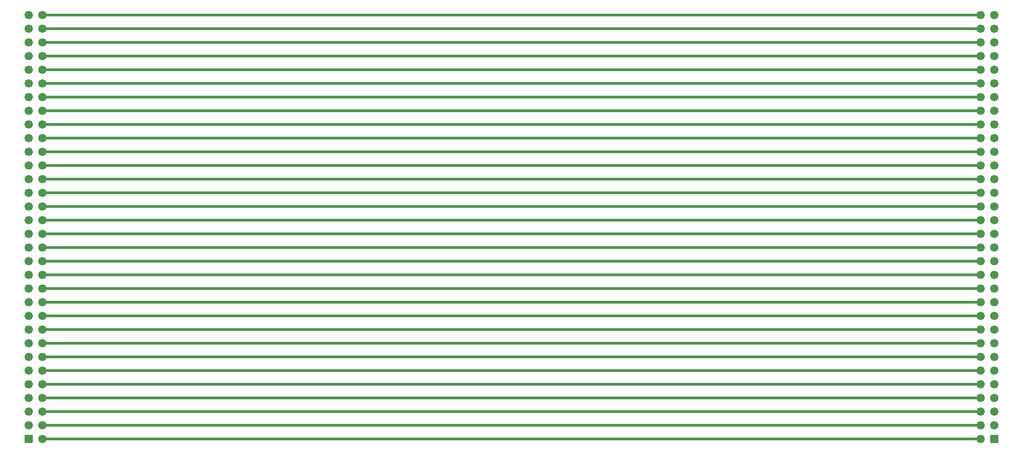
<source format=gbr>
%TF.GenerationSoftware,KiCad,Pcbnew,6.0.11-2627ca5db0~126~ubuntu22.04.1*%
%TF.CreationDate,2023-06-25T19:34:19+02:00*%
%TF.ProjectId,ikegami-htm1917r-extension,696b6567-616d-4692-9d68-746d31393137,rev?*%
%TF.SameCoordinates,Original*%
%TF.FileFunction,Copper,L2,Bot*%
%TF.FilePolarity,Positive*%
%FSLAX46Y46*%
G04 Gerber Fmt 4.6, Leading zero omitted, Abs format (unit mm)*
G04 Created by KiCad (PCBNEW 6.0.11-2627ca5db0~126~ubuntu22.04.1) date 2023-06-25 19:34:19*
%MOMM*%
%LPD*%
G01*
G04 APERTURE LIST*
G04 Aperture macros list*
%AMRoundRect*
0 Rectangle with rounded corners*
0 $1 Rounding radius*
0 $2 $3 $4 $5 $6 $7 $8 $9 X,Y pos of 4 corners*
0 Add a 4 corners polygon primitive as box body*
4,1,4,$2,$3,$4,$5,$6,$7,$8,$9,$2,$3,0*
0 Add four circle primitives for the rounded corners*
1,1,$1+$1,$2,$3*
1,1,$1+$1,$4,$5*
1,1,$1+$1,$6,$7*
1,1,$1+$1,$8,$9*
0 Add four rect primitives between the rounded corners*
20,1,$1+$1,$2,$3,$4,$5,0*
20,1,$1+$1,$4,$5,$6,$7,0*
20,1,$1+$1,$6,$7,$8,$9,0*
20,1,$1+$1,$8,$9,$2,$3,0*%
G04 Aperture macros list end*
%TA.AperFunction,ComponentPad*%
%ADD10RoundRect,0.249999X-0.525001X0.525001X-0.525001X-0.525001X0.525001X-0.525001X0.525001X0.525001X0*%
%TD*%
%TA.AperFunction,ComponentPad*%
%ADD11C,1.550000*%
%TD*%
%TA.AperFunction,ComponentPad*%
%ADD12RoundRect,0.249999X0.525001X-0.525001X0.525001X0.525001X-0.525001X0.525001X-0.525001X-0.525001X0*%
%TD*%
%TA.AperFunction,Conductor*%
%ADD13C,0.500000*%
%TD*%
G04 APERTURE END LIST*
D10*
%TO.P,J10,a1,Pin_a1*%
%TO.N,A1*%
X257690000Y-232000000D03*
D11*
%TO.P,J10,a2,Pin_a2*%
%TO.N,A2*%
X257690000Y-229460000D03*
%TO.P,J10,a3,Pin_a3*%
%TO.N,A3*%
X257690000Y-226920000D03*
%TO.P,J10,a4,Pin_a4*%
%TO.N,A4*%
X257690000Y-224380000D03*
%TO.P,J10,a5,Pin_a5*%
%TO.N,A5*%
X257690000Y-221840000D03*
%TO.P,J10,a6,Pin_a6*%
%TO.N,A6*%
X257690000Y-219300000D03*
%TO.P,J10,a7,Pin_a7*%
%TO.N,A7*%
X257690000Y-216760000D03*
%TO.P,J10,a8,Pin_a8*%
%TO.N,A8*%
X257690000Y-214220000D03*
%TO.P,J10,a9,Pin_a9*%
%TO.N,A9*%
X257690000Y-211680000D03*
%TO.P,J10,a10,Pin_a10*%
%TO.N,A10*%
X257690000Y-209140000D03*
%TO.P,J10,a11,Pin_a11*%
%TO.N,A11*%
X257690000Y-206600000D03*
%TO.P,J10,a12,Pin_a12*%
%TO.N,A12*%
X257690000Y-204060000D03*
%TO.P,J10,a13,Pin_a13*%
%TO.N,A13*%
X257690000Y-201520000D03*
%TO.P,J10,a14,Pin_a14*%
%TO.N,A14*%
X257690000Y-198980000D03*
%TO.P,J10,a15,Pin_a15*%
%TO.N,A15*%
X257690000Y-196440000D03*
%TO.P,J10,a16,Pin_a16*%
%TO.N,A16*%
X257690000Y-193900000D03*
%TO.P,J10,a17,Pin_a17*%
%TO.N,A17*%
X257690000Y-191360000D03*
%TO.P,J10,a18,Pin_a18*%
%TO.N,A18*%
X257690000Y-188820000D03*
%TO.P,J10,a19,Pin_a19*%
%TO.N,A19*%
X257690000Y-186280000D03*
%TO.P,J10,a20,Pin_a20*%
%TO.N,A20*%
X257690000Y-183740000D03*
%TO.P,J10,a21,Pin_a21*%
%TO.N,A21*%
X257690000Y-181200000D03*
%TO.P,J10,a22,Pin_a22*%
%TO.N,A22*%
X257690000Y-178660000D03*
%TO.P,J10,a23,Pin_a23*%
%TO.N,A23*%
X257690000Y-176120000D03*
%TO.P,J10,a24,Pin_a24*%
%TO.N,A24*%
X257690000Y-173580000D03*
%TO.P,J10,a25,Pin_a25*%
%TO.N,A25*%
X257690000Y-171040000D03*
%TO.P,J10,a26,Pin_a26*%
%TO.N,A26*%
X257690000Y-168500000D03*
%TO.P,J10,a27,Pin_a27*%
%TO.N,A27*%
X257690000Y-165960000D03*
%TO.P,J10,a28,Pin_a28*%
%TO.N,A28*%
X257690000Y-163420000D03*
%TO.P,J10,a29,Pin_a29*%
%TO.N,A29*%
X257690000Y-160880000D03*
%TO.P,J10,a30,Pin_a30*%
%TO.N,A30*%
X257690000Y-158340000D03*
%TO.P,J10,a31,Pin_a31*%
%TO.N,A31*%
X257690000Y-155800000D03*
%TO.P,J10,a32,Pin_a32*%
%TO.N,A32*%
X257690000Y-153260000D03*
%TO.P,J10,b1,Pin_b1*%
%TO.N,B1*%
X255150000Y-232000000D03*
%TO.P,J10,b2,Pin_b2*%
%TO.N,B2*%
X255150000Y-229460000D03*
%TO.P,J10,b3,Pin_b3*%
%TO.N,B3*%
X255150000Y-226920000D03*
%TO.P,J10,b4,Pin_b4*%
%TO.N,B4*%
X255150000Y-224380000D03*
%TO.P,J10,b5,Pin_b5*%
%TO.N,B5*%
X255150000Y-221840000D03*
%TO.P,J10,b6,Pin_b6*%
%TO.N,B6*%
X255150000Y-219300000D03*
%TO.P,J10,b7,Pin_b7*%
%TO.N,B7*%
X255150000Y-216760000D03*
%TO.P,J10,b8,Pin_b8*%
%TO.N,B8*%
X255150000Y-214220000D03*
%TO.P,J10,b9,Pin_b9*%
%TO.N,B9*%
X255150000Y-211680000D03*
%TO.P,J10,b10,Pin_b10*%
%TO.N,B10*%
X255150000Y-209140000D03*
%TO.P,J10,b11,Pin_b11*%
%TO.N,B11*%
X255150000Y-206600000D03*
%TO.P,J10,b12,Pin_b12*%
%TO.N,B12*%
X255150000Y-204060000D03*
%TO.P,J10,b13,Pin_b13*%
%TO.N,B13*%
X255150000Y-201520000D03*
%TO.P,J10,b14,Pin_b14*%
%TO.N,B14*%
X255150000Y-198980000D03*
%TO.P,J10,b15,Pin_b15*%
%TO.N,B15*%
X255150000Y-196440000D03*
%TO.P,J10,b16,Pin_b16*%
%TO.N,B16*%
X255150000Y-193900000D03*
%TO.P,J10,b17,Pin_b17*%
%TO.N,B17*%
X255150000Y-191360000D03*
%TO.P,J10,b18,Pin_b18*%
%TO.N,B18*%
X255150000Y-188820000D03*
%TO.P,J10,b19,Pin_b19*%
%TO.N,B19*%
X255150000Y-186280000D03*
%TO.P,J10,b20,Pin_b20*%
%TO.N,B20*%
X255150000Y-183740000D03*
%TO.P,J10,b21,Pin_b21*%
%TO.N,B21*%
X255150000Y-181200000D03*
%TO.P,J10,b22,Pin_b22*%
%TO.N,B22*%
X255150000Y-178660000D03*
%TO.P,J10,b23,Pin_b23*%
%TO.N,B23*%
X255150000Y-176120000D03*
%TO.P,J10,b24,Pin_b24*%
%TO.N,B24*%
X255150000Y-173580000D03*
%TO.P,J10,b25,Pin_b25*%
%TO.N,B25*%
X255150000Y-171040000D03*
%TO.P,J10,b26,Pin_b26*%
%TO.N,B26*%
X255150000Y-168500000D03*
%TO.P,J10,b27,Pin_b27*%
%TO.N,B27*%
X255150000Y-165960000D03*
%TO.P,J10,b28,Pin_b28*%
%TO.N,B28*%
X255150000Y-163420000D03*
%TO.P,J10,b29,Pin_b29*%
%TO.N,B29*%
X255150000Y-160880000D03*
%TO.P,J10,b30,Pin_b30*%
%TO.N,B30*%
X255150000Y-158340000D03*
%TO.P,J10,b31,Pin_b31*%
%TO.N,B31*%
X255150000Y-155800000D03*
%TO.P,J10,b32,Pin_b32*%
%TO.N,B32*%
X255150000Y-153260000D03*
%TD*%
D12*
%TO.P,J20,a1,Pin_a1*%
%TO.N,A1*%
X78290000Y-232000000D03*
D11*
%TO.P,J20,a2,Pin_a2*%
%TO.N,A2*%
X78290000Y-229460000D03*
%TO.P,J20,a3,Pin_a3*%
%TO.N,A3*%
X78290000Y-226920000D03*
%TO.P,J20,a4,Pin_a4*%
%TO.N,A4*%
X78290000Y-224380000D03*
%TO.P,J20,a5,Pin_a5*%
%TO.N,A5*%
X78290000Y-221840000D03*
%TO.P,J20,a6,Pin_a6*%
%TO.N,A6*%
X78290000Y-219300000D03*
%TO.P,J20,a7,Pin_a7*%
%TO.N,A7*%
X78290000Y-216760000D03*
%TO.P,J20,a8,Pin_a8*%
%TO.N,A8*%
X78290000Y-214220000D03*
%TO.P,J20,a9,Pin_a9*%
%TO.N,A9*%
X78290000Y-211680000D03*
%TO.P,J20,a10,Pin_a10*%
%TO.N,A10*%
X78290000Y-209140000D03*
%TO.P,J20,a11,Pin_a11*%
%TO.N,A11*%
X78290000Y-206600000D03*
%TO.P,J20,a12,Pin_a12*%
%TO.N,A12*%
X78290000Y-204060000D03*
%TO.P,J20,a13,Pin_a13*%
%TO.N,A13*%
X78290000Y-201520000D03*
%TO.P,J20,a14,Pin_a14*%
%TO.N,A14*%
X78290000Y-198980000D03*
%TO.P,J20,a15,Pin_a15*%
%TO.N,A15*%
X78290000Y-196440000D03*
%TO.P,J20,a16,Pin_a16*%
%TO.N,A16*%
X78290000Y-193900000D03*
%TO.P,J20,a17,Pin_a17*%
%TO.N,A17*%
X78290000Y-191360000D03*
%TO.P,J20,a18,Pin_a18*%
%TO.N,A18*%
X78290000Y-188820000D03*
%TO.P,J20,a19,Pin_a19*%
%TO.N,A19*%
X78290000Y-186280000D03*
%TO.P,J20,a20,Pin_a20*%
%TO.N,A20*%
X78290000Y-183740000D03*
%TO.P,J20,a21,Pin_a21*%
%TO.N,A21*%
X78290000Y-181200000D03*
%TO.P,J20,a22,Pin_a22*%
%TO.N,A22*%
X78290000Y-178660000D03*
%TO.P,J20,a23,Pin_a23*%
%TO.N,A23*%
X78290000Y-176120000D03*
%TO.P,J20,a24,Pin_a24*%
%TO.N,A24*%
X78290000Y-173580000D03*
%TO.P,J20,a25,Pin_a25*%
%TO.N,A25*%
X78290000Y-171040000D03*
%TO.P,J20,a26,Pin_a26*%
%TO.N,A26*%
X78290000Y-168500000D03*
%TO.P,J20,a27,Pin_a27*%
%TO.N,A27*%
X78290000Y-165960000D03*
%TO.P,J20,a28,Pin_a28*%
%TO.N,A28*%
X78290000Y-163420000D03*
%TO.P,J20,a29,Pin_a29*%
%TO.N,A29*%
X78290000Y-160880000D03*
%TO.P,J20,a30,Pin_a30*%
%TO.N,A30*%
X78290000Y-158340000D03*
%TO.P,J20,a31,Pin_a31*%
%TO.N,A31*%
X78290000Y-155800000D03*
%TO.P,J20,a32,Pin_a32*%
%TO.N,A32*%
X78290000Y-153260000D03*
%TO.P,J20,b1,Pin_b1*%
%TO.N,B1*%
X80830000Y-232000000D03*
%TO.P,J20,b2,Pin_b2*%
%TO.N,B2*%
X80830000Y-229460000D03*
%TO.P,J20,b3,Pin_b3*%
%TO.N,B3*%
X80830000Y-226920000D03*
%TO.P,J20,b4,Pin_b4*%
%TO.N,B4*%
X80830000Y-224380000D03*
%TO.P,J20,b5,Pin_b5*%
%TO.N,B5*%
X80830000Y-221840000D03*
%TO.P,J20,b6,Pin_b6*%
%TO.N,B6*%
X80830000Y-219300000D03*
%TO.P,J20,b7,Pin_b7*%
%TO.N,B7*%
X80830000Y-216760000D03*
%TO.P,J20,b8,Pin_b8*%
%TO.N,B8*%
X80830000Y-214220000D03*
%TO.P,J20,b9,Pin_b9*%
%TO.N,B9*%
X80830000Y-211680000D03*
%TO.P,J20,b10,Pin_b10*%
%TO.N,B10*%
X80830000Y-209140000D03*
%TO.P,J20,b11,Pin_b11*%
%TO.N,B11*%
X80830000Y-206600000D03*
%TO.P,J20,b12,Pin_b12*%
%TO.N,B12*%
X80830000Y-204060000D03*
%TO.P,J20,b13,Pin_b13*%
%TO.N,B13*%
X80830000Y-201520000D03*
%TO.P,J20,b14,Pin_b14*%
%TO.N,B14*%
X80830000Y-198980000D03*
%TO.P,J20,b15,Pin_b15*%
%TO.N,B15*%
X80830000Y-196440000D03*
%TO.P,J20,b16,Pin_b16*%
%TO.N,B16*%
X80830000Y-193900000D03*
%TO.P,J20,b17,Pin_b17*%
%TO.N,B17*%
X80830000Y-191360000D03*
%TO.P,J20,b18,Pin_b18*%
%TO.N,B18*%
X80830000Y-188820000D03*
%TO.P,J20,b19,Pin_b19*%
%TO.N,B19*%
X80830000Y-186280000D03*
%TO.P,J20,b20,Pin_b20*%
%TO.N,B20*%
X80830000Y-183740000D03*
%TO.P,J20,b21,Pin_b21*%
%TO.N,B21*%
X80830000Y-181200000D03*
%TO.P,J20,b22,Pin_b22*%
%TO.N,B22*%
X80830000Y-178660000D03*
%TO.P,J20,b23,Pin_b23*%
%TO.N,B23*%
X80830000Y-176120000D03*
%TO.P,J20,b24,Pin_b24*%
%TO.N,B24*%
X80830000Y-173580000D03*
%TO.P,J20,b25,Pin_b25*%
%TO.N,B25*%
X80830000Y-171040000D03*
%TO.P,J20,b26,Pin_b26*%
%TO.N,B26*%
X80830000Y-168500000D03*
%TO.P,J20,b27,Pin_b27*%
%TO.N,B27*%
X80830000Y-165960000D03*
%TO.P,J20,b28,Pin_b28*%
%TO.N,B28*%
X80830000Y-163420000D03*
%TO.P,J20,b29,Pin_b29*%
%TO.N,B29*%
X80830000Y-160880000D03*
%TO.P,J20,b30,Pin_b30*%
%TO.N,B30*%
X80830000Y-158340000D03*
%TO.P,J20,b31,Pin_b31*%
%TO.N,B31*%
X80830000Y-155800000D03*
%TO.P,J20,b32,Pin_b32*%
%TO.N,B32*%
X80830000Y-153260000D03*
%TD*%
D13*
%TO.N,B1*%
X80830000Y-232000000D02*
X255150000Y-232000000D01*
%TO.N,B2*%
X255150000Y-229460000D02*
X80830000Y-229460000D01*
%TO.N,B3*%
X80830000Y-226920000D02*
X255150000Y-226920000D01*
%TO.N,B4*%
X255150000Y-224380000D02*
X80830000Y-224380000D01*
%TO.N,B5*%
X80830000Y-221840000D02*
X255150000Y-221840000D01*
%TO.N,B6*%
X255150000Y-219300000D02*
X80830000Y-219300000D01*
%TO.N,B7*%
X80830000Y-216760000D02*
X255150000Y-216760000D01*
%TO.N,B8*%
X80830000Y-214220000D02*
X255150000Y-214220000D01*
%TO.N,B9*%
X255150000Y-211680000D02*
X80830000Y-211680000D01*
%TO.N,B10*%
X80830000Y-209140000D02*
X255150000Y-209140000D01*
%TO.N,B11*%
X255150000Y-206600000D02*
X80830000Y-206600000D01*
%TO.N,B12*%
X80830000Y-204060000D02*
X255150000Y-204060000D01*
%TO.N,B13*%
X255150000Y-201520000D02*
X80830000Y-201520000D01*
%TO.N,B14*%
X80830000Y-198980000D02*
X255150000Y-198980000D01*
%TO.N,B15*%
X255150000Y-196440000D02*
X80830000Y-196440000D01*
%TO.N,B16*%
X80830000Y-193900000D02*
X255150000Y-193900000D01*
%TO.N,B17*%
X255150000Y-191360000D02*
X80830000Y-191360000D01*
%TO.N,B18*%
X80830000Y-188820000D02*
X255150000Y-188820000D01*
%TO.N,B19*%
X255150000Y-186280000D02*
X80830000Y-186280000D01*
%TO.N,B20*%
X80830000Y-183740000D02*
X255150000Y-183740000D01*
%TO.N,B21*%
X255150000Y-181200000D02*
X80830000Y-181200000D01*
%TO.N,B22*%
X80830000Y-178660000D02*
X255150000Y-178660000D01*
%TO.N,B23*%
X255150000Y-176120000D02*
X80830000Y-176120000D01*
%TO.N,B24*%
X80830000Y-173580000D02*
X255150000Y-173580000D01*
%TO.N,B25*%
X255150000Y-171040000D02*
X80830000Y-171040000D01*
%TO.N,B26*%
X80830000Y-168500000D02*
X255150000Y-168500000D01*
%TO.N,B27*%
X255150000Y-165960000D02*
X80830000Y-165960000D01*
%TO.N,B28*%
X80830000Y-163420000D02*
X255150000Y-163420000D01*
%TO.N,B29*%
X255150000Y-160880000D02*
X80830000Y-160880000D01*
%TO.N,B30*%
X80830000Y-158340000D02*
X255150000Y-158340000D01*
%TO.N,B31*%
X255150000Y-155800000D02*
X80830000Y-155800000D01*
%TO.N,B32*%
X80830000Y-153260000D02*
X255150000Y-153260000D01*
%TD*%
M02*

</source>
